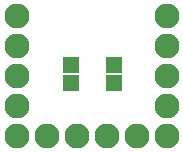
<source format=gbs>
%FSAX25Y25*%
%MOIN*%
G70*
G01*
G75*
G04 Layer_Color=16711935*
%ADD10R,0.05118X0.05118*%
%ADD11R,0.05118X0.05118*%
%ADD12R,0.01181X0.06299*%
%ADD13O,0.02362X0.09055*%
%ADD14R,0.01575X0.05512*%
%ADD15R,0.09055X0.07480*%
%ADD16R,0.07087X0.07480*%
%ADD17C,0.00800*%
%ADD18C,0.02000*%
%ADD19C,0.07500*%
%ADD20C,0.03200*%
%ADD21C,0.05000*%
%ADD22R,0.04400X0.04400*%
%ADD23C,0.00600*%
%ADD24C,0.02362*%
%ADD25C,0.00984*%
%ADD26C,0.00787*%
%ADD27C,0.01000*%
%ADD28R,0.05918X0.05918*%
%ADD29R,0.05918X0.05918*%
%ADD30R,0.01981X0.07099*%
%ADD31O,0.03162X0.09855*%
%ADD32R,0.02375X0.06312*%
%ADD33R,0.09855X0.08280*%
%ADD34R,0.07887X0.08280*%
%ADD35C,0.08300*%
%ADD36R,0.05200X0.05200*%
D35*
X0302500Y0385000D02*
D03*
Y0405000D02*
D03*
Y0415000D02*
D03*
Y0395000D02*
D03*
X0252500Y0415000D02*
D03*
Y0395000D02*
D03*
Y0385000D02*
D03*
Y0405000D02*
D03*
X0302500Y0375000D02*
D03*
X0272500D02*
D03*
X0252500D02*
D03*
X0262500D02*
D03*
X0282500D02*
D03*
X0292500D02*
D03*
D36*
X0285000Y0398500D02*
D03*
Y0392500D02*
D03*
X0270500Y0398500D02*
D03*
Y0392500D02*
D03*
M02*

</source>
